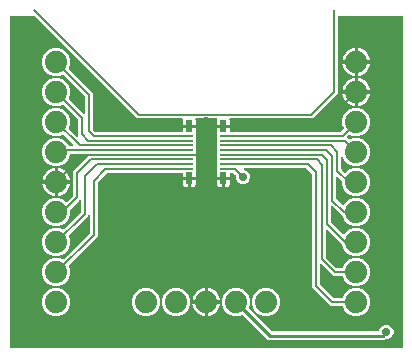
<source format=gbl>
G04 EAGLE Gerber X2 export*
G75*
%MOIN*%
%FSLAX24Y24*%
%LPD*%
%AMOC8*
5,1,8,0,0,1.08239X$1,22.5*%
G01*
%ADD10C,0.074000*%
%ADD11R,0.021654X0.039370*%
%ADD12R,0.019685X0.009055*%
%ADD13C,0.006000*%
%ADD14C,0.027811*%
%ADD15C,0.010000*%

G36*
X13513Y451D02*
X13513Y451D01*
X13515Y451D01*
X13518Y452D01*
X13522Y452D01*
X13523Y453D01*
X13524Y453D01*
X13527Y455D01*
X13530Y457D01*
X13531Y458D01*
X13532Y458D01*
X13534Y461D01*
X13537Y464D01*
X13537Y465D01*
X13538Y466D01*
X13539Y469D01*
X13541Y473D01*
X13541Y474D01*
X13541Y475D01*
X13542Y480D01*
X13549Y11520D01*
X13549Y11521D01*
X13549Y11522D01*
X13548Y11526D01*
X13547Y11529D01*
X13547Y11530D01*
X13547Y11531D01*
X13545Y11535D01*
X13543Y11538D01*
X13542Y11539D01*
X13539Y11542D01*
X13536Y11544D01*
X13535Y11545D01*
X13534Y11545D01*
X13531Y11547D01*
X13527Y11548D01*
X13526Y11548D01*
X13525Y11549D01*
X13520Y11549D01*
X11410Y11549D01*
X11409Y11549D01*
X11408Y11549D01*
X11404Y11548D01*
X11401Y11548D01*
X11400Y11547D01*
X11399Y11547D01*
X11395Y11545D01*
X11392Y11543D01*
X11391Y11542D01*
X11388Y11539D01*
X11386Y11536D01*
X11385Y11535D01*
X11385Y11534D01*
X11383Y11531D01*
X11382Y11527D01*
X11382Y11526D01*
X11381Y11525D01*
X11381Y11520D01*
X11381Y8946D01*
X11296Y8861D01*
X10554Y8119D01*
X7801Y8119D01*
X7800Y8119D01*
X7796Y8118D01*
X7791Y8118D01*
X7787Y8115D01*
X7783Y8113D01*
X7779Y8110D01*
X7776Y8106D01*
X7774Y8102D01*
X7772Y8097D01*
X7772Y8093D01*
X7771Y8088D01*
X7772Y8082D01*
X7778Y8061D01*
X7778Y7905D01*
X7593Y7905D01*
X7592Y7905D01*
X7591Y7905D01*
X7587Y7904D01*
X7584Y7903D01*
X7583Y7903D01*
X7582Y7902D01*
X7578Y7900D01*
X7575Y7899D01*
X7574Y7898D01*
X7574Y7897D01*
X7571Y7894D01*
X7569Y7892D01*
X7568Y7893D01*
X7567Y7894D01*
X7567Y7895D01*
X7564Y7897D01*
X7561Y7900D01*
X7560Y7900D01*
X7559Y7901D01*
X7556Y7902D01*
X7552Y7904D01*
X7551Y7904D01*
X7550Y7904D01*
X7545Y7905D01*
X7360Y7905D01*
X7360Y8061D01*
X7365Y8082D01*
X7365Y8083D01*
X7366Y8083D01*
X7366Y8087D01*
X7366Y8092D01*
X7365Y8097D01*
X7364Y8101D01*
X7362Y8105D01*
X7359Y8109D01*
X7356Y8112D01*
X7352Y8115D01*
X7347Y8117D01*
X7343Y8119D01*
X7337Y8119D01*
X6663Y8119D01*
X6658Y8118D01*
X6653Y8118D01*
X6649Y8115D01*
X6645Y8113D01*
X6642Y8110D01*
X6638Y8106D01*
X6636Y8102D01*
X6634Y8097D01*
X6634Y8093D01*
X6634Y8088D01*
X6635Y8082D01*
X6640Y8061D01*
X6640Y7905D01*
X6455Y7905D01*
X6454Y7905D01*
X6453Y7905D01*
X6450Y7904D01*
X6446Y7903D01*
X6445Y7903D01*
X6444Y7902D01*
X6441Y7900D01*
X6437Y7899D01*
X6437Y7898D01*
X6436Y7897D01*
X6433Y7894D01*
X6431Y7892D01*
X6430Y7893D01*
X6429Y7894D01*
X6429Y7895D01*
X6426Y7897D01*
X6423Y7900D01*
X6422Y7900D01*
X6421Y7901D01*
X6418Y7902D01*
X6414Y7904D01*
X6413Y7904D01*
X6412Y7904D01*
X6407Y7905D01*
X6222Y7905D01*
X6222Y8061D01*
X6228Y8082D01*
X6228Y8083D01*
X6228Y8087D01*
X6229Y8092D01*
X6228Y8097D01*
X6226Y8101D01*
X6224Y8105D01*
X6221Y8109D01*
X6218Y8112D01*
X6214Y8115D01*
X6209Y8117D01*
X6205Y8119D01*
X6199Y8119D01*
X4696Y8119D01*
X1274Y11541D01*
X1271Y11543D01*
X1268Y11545D01*
X1267Y11546D01*
X1263Y11547D01*
X1259Y11549D01*
X1258Y11549D01*
X1257Y11549D01*
X1254Y11549D01*
X480Y11549D01*
X479Y11549D01*
X478Y11549D01*
X474Y11548D01*
X471Y11548D01*
X470Y11547D01*
X469Y11547D01*
X465Y11545D01*
X462Y11543D01*
X461Y11542D01*
X458Y11539D01*
X456Y11536D01*
X455Y11535D01*
X455Y11534D01*
X453Y11531D01*
X452Y11527D01*
X452Y11526D01*
X451Y11525D01*
X451Y11520D01*
X451Y480D01*
X451Y479D01*
X451Y478D01*
X452Y474D01*
X452Y471D01*
X453Y470D01*
X453Y469D01*
X455Y465D01*
X457Y462D01*
X458Y461D01*
X461Y458D01*
X464Y456D01*
X465Y455D01*
X466Y455D01*
X469Y453D01*
X473Y452D01*
X474Y452D01*
X475Y451D01*
X480Y451D01*
X13512Y451D01*
X13513Y451D01*
G37*
%LPC*%
G36*
X11906Y1529D02*
X11906Y1529D01*
X11733Y1601D01*
X11601Y1733D01*
X11552Y1851D01*
X11550Y1855D01*
X11547Y1859D01*
X11543Y1862D01*
X11540Y1865D01*
X11539Y1865D01*
X11535Y1867D01*
X11531Y1869D01*
X11530Y1869D01*
X11525Y1869D01*
X11146Y1869D01*
X10519Y2496D01*
X10519Y6254D01*
X10519Y6258D01*
X10518Y6262D01*
X10518Y6263D01*
X10516Y6267D01*
X10514Y6270D01*
X10513Y6271D01*
X10513Y6272D01*
X10511Y6274D01*
X10329Y6456D01*
X10326Y6458D01*
X10323Y6461D01*
X10322Y6461D01*
X10321Y6462D01*
X10317Y6463D01*
X10314Y6464D01*
X10313Y6464D01*
X10312Y6464D01*
X10311Y6464D01*
X10308Y6465D01*
X8282Y6465D01*
X8278Y6464D01*
X8275Y6464D01*
X8274Y6463D01*
X8273Y6463D01*
X8269Y6461D01*
X8266Y6460D01*
X8265Y6459D01*
X8264Y6459D01*
X8262Y6456D01*
X8259Y6453D01*
X8258Y6452D01*
X8256Y6448D01*
X8254Y6445D01*
X8254Y6444D01*
X8254Y6443D01*
X8253Y6439D01*
X8253Y6435D01*
X8253Y6434D01*
X8253Y6433D01*
X8254Y6430D01*
X8255Y6426D01*
X8255Y6425D01*
X8255Y6424D01*
X8257Y6421D01*
X8259Y6417D01*
X8260Y6417D01*
X8260Y6416D01*
X8263Y6414D01*
X8266Y6411D01*
X8267Y6410D01*
X8268Y6410D01*
X8269Y6410D01*
X8271Y6408D01*
X8356Y6373D01*
X8423Y6306D01*
X8460Y6218D01*
X8460Y6122D01*
X8423Y6034D01*
X8356Y5967D01*
X8268Y5930D01*
X8172Y5930D01*
X8084Y5967D01*
X8017Y6034D01*
X7980Y6122D01*
X7980Y6213D01*
X7980Y6214D01*
X7980Y6215D01*
X7980Y6217D01*
X7979Y6221D01*
X7979Y6222D01*
X7978Y6223D01*
X7978Y6224D01*
X7976Y6226D01*
X7975Y6229D01*
X7974Y6230D01*
X7974Y6231D01*
X7973Y6231D01*
X7973Y6232D01*
X7972Y6233D01*
X7906Y6299D01*
X7903Y6301D01*
X7900Y6303D01*
X7899Y6304D01*
X7895Y6305D01*
X7891Y6307D01*
X7890Y6307D01*
X7889Y6307D01*
X7886Y6307D01*
X7807Y6307D01*
X7806Y6307D01*
X7805Y6307D01*
X7801Y6306D01*
X7798Y6306D01*
X7797Y6305D01*
X7796Y6305D01*
X7793Y6303D01*
X7789Y6301D01*
X7789Y6300D01*
X7788Y6300D01*
X7785Y6297D01*
X7783Y6294D01*
X7782Y6293D01*
X7782Y6292D01*
X7780Y6289D01*
X7779Y6285D01*
X7779Y6284D01*
X7778Y6283D01*
X7778Y6278D01*
X7778Y6180D01*
X7593Y6180D01*
X7592Y6180D01*
X7591Y6180D01*
X7587Y6179D01*
X7584Y6179D01*
X7583Y6178D01*
X7582Y6178D01*
X7578Y6176D01*
X7575Y6174D01*
X7574Y6173D01*
X7571Y6170D01*
X7569Y6167D01*
X7568Y6169D01*
X7567Y6170D01*
X7567Y6171D01*
X7564Y6173D01*
X7561Y6175D01*
X7560Y6176D01*
X7559Y6177D01*
X7556Y6178D01*
X7552Y6179D01*
X7551Y6179D01*
X7550Y6180D01*
X7545Y6180D01*
X7360Y6180D01*
X7360Y6341D01*
X7360Y7639D01*
X7360Y7798D01*
X7545Y7798D01*
X7546Y7798D01*
X7547Y7798D01*
X7550Y7799D01*
X7554Y7800D01*
X7555Y7800D01*
X7556Y7800D01*
X7559Y7802D01*
X7563Y7804D01*
X7563Y7805D01*
X7564Y7805D01*
X7567Y7808D01*
X7569Y7811D01*
X7570Y7809D01*
X7571Y7809D01*
X7571Y7808D01*
X7574Y7805D01*
X7577Y7803D01*
X7578Y7802D01*
X7579Y7802D01*
X7582Y7800D01*
X7586Y7799D01*
X7587Y7799D01*
X7588Y7798D01*
X7593Y7798D01*
X7778Y7798D01*
X7778Y7700D01*
X7778Y7699D01*
X7778Y7698D01*
X7779Y7695D01*
X7779Y7691D01*
X7780Y7690D01*
X7780Y7689D01*
X7782Y7686D01*
X7784Y7682D01*
X7785Y7682D01*
X7785Y7681D01*
X7788Y7679D01*
X7791Y7676D01*
X7792Y7676D01*
X7793Y7675D01*
X7796Y7674D01*
X7800Y7672D01*
X7801Y7672D01*
X7802Y7672D01*
X7807Y7671D01*
X11474Y7671D01*
X11478Y7672D01*
X11482Y7672D01*
X11483Y7673D01*
X11484Y7673D01*
X11487Y7675D01*
X11491Y7676D01*
X11491Y7677D01*
X11492Y7677D01*
X11493Y7678D01*
X11495Y7680D01*
X11572Y7757D01*
X11575Y7761D01*
X11577Y7764D01*
X11577Y7765D01*
X11579Y7769D01*
X11580Y7774D01*
X11580Y7778D01*
X11580Y7783D01*
X11578Y7789D01*
X11529Y7906D01*
X11529Y8094D01*
X11601Y8267D01*
X11733Y8399D01*
X11906Y8471D01*
X12094Y8471D01*
X12267Y8399D01*
X12399Y8267D01*
X12471Y8094D01*
X12471Y7906D01*
X12399Y7733D01*
X12267Y7601D01*
X12094Y7529D01*
X11906Y7529D01*
X11789Y7578D01*
X11788Y7578D01*
X11784Y7579D01*
X11779Y7580D01*
X11774Y7580D01*
X11770Y7579D01*
X11769Y7579D01*
X11765Y7577D01*
X11761Y7575D01*
X11757Y7572D01*
X11706Y7521D01*
X11705Y7520D01*
X11704Y7519D01*
X11703Y7517D01*
X11702Y7516D01*
X11702Y7515D01*
X11700Y7513D01*
X11700Y7512D01*
X11699Y7511D01*
X11699Y7508D01*
X11698Y7507D01*
X11698Y7506D01*
X11697Y7504D01*
X11697Y7503D01*
X11697Y7502D01*
X11697Y7499D01*
X11697Y7498D01*
X11698Y7497D01*
X11698Y7494D01*
X11698Y7493D01*
X11698Y7492D01*
X11699Y7490D01*
X11699Y7488D01*
X11700Y7487D01*
X11701Y7485D01*
X11702Y7484D01*
X11702Y7483D01*
X11704Y7481D01*
X11705Y7480D01*
X11706Y7479D01*
X11757Y7428D01*
X11761Y7425D01*
X11764Y7423D01*
X11765Y7423D01*
X11769Y7421D01*
X11774Y7420D01*
X11778Y7420D01*
X11783Y7420D01*
X11789Y7422D01*
X11906Y7471D01*
X12094Y7471D01*
X12267Y7399D01*
X12399Y7267D01*
X12471Y7094D01*
X12471Y6906D01*
X12399Y6733D01*
X12267Y6601D01*
X12094Y6529D01*
X11906Y6529D01*
X11733Y6601D01*
X11601Y6733D01*
X11557Y6839D01*
X11555Y6843D01*
X11553Y6846D01*
X11552Y6847D01*
X11549Y6850D01*
X11546Y6853D01*
X11545Y6853D01*
X11541Y6855D01*
X11537Y6856D01*
X11536Y6856D01*
X11536Y6857D01*
X11532Y6857D01*
X11528Y6857D01*
X11527Y6857D01*
X11526Y6857D01*
X11522Y6856D01*
X11519Y6855D01*
X11518Y6855D01*
X11517Y6854D01*
X11514Y6852D01*
X11511Y6850D01*
X11510Y6849D01*
X11509Y6849D01*
X11507Y6845D01*
X11505Y6842D01*
X11504Y6842D01*
X11504Y6841D01*
X11503Y6837D01*
X11501Y6834D01*
X11501Y6832D01*
X11501Y6831D01*
X11501Y6828D01*
X11501Y6436D01*
X11501Y6432D01*
X11502Y6428D01*
X11502Y6427D01*
X11504Y6423D01*
X11506Y6420D01*
X11507Y6419D01*
X11507Y6418D01*
X11509Y6416D01*
X11609Y6316D01*
X11610Y6315D01*
X11614Y6313D01*
X11617Y6310D01*
X11618Y6310D01*
X11619Y6310D01*
X11622Y6309D01*
X11626Y6308D01*
X11627Y6308D01*
X11628Y6307D01*
X11632Y6308D01*
X11635Y6308D01*
X11636Y6308D01*
X11637Y6309D01*
X11641Y6310D01*
X11644Y6311D01*
X11645Y6312D01*
X11646Y6313D01*
X11650Y6316D01*
X11733Y6399D01*
X11906Y6471D01*
X12094Y6471D01*
X12267Y6399D01*
X12399Y6267D01*
X12471Y6094D01*
X12471Y5906D01*
X12399Y5733D01*
X12267Y5601D01*
X12094Y5529D01*
X11906Y5529D01*
X11733Y5601D01*
X11601Y5733D01*
X11529Y5906D01*
X11529Y6014D01*
X11529Y6018D01*
X11528Y6022D01*
X11528Y6023D01*
X11526Y6027D01*
X11524Y6030D01*
X11523Y6031D01*
X11523Y6032D01*
X11521Y6034D01*
X11381Y6174D01*
X11378Y6176D01*
X11376Y6178D01*
X11374Y6179D01*
X11373Y6180D01*
X11370Y6181D01*
X11367Y6182D01*
X11366Y6182D01*
X11364Y6183D01*
X11361Y6183D01*
X11358Y6183D01*
X11356Y6182D01*
X11354Y6182D01*
X11351Y6181D01*
X11349Y6181D01*
X11347Y6180D01*
X11345Y6179D01*
X11343Y6177D01*
X11341Y6176D01*
X11339Y6174D01*
X11338Y6173D01*
X11336Y6170D01*
X11335Y6168D01*
X11334Y6166D01*
X11333Y6165D01*
X11332Y6162D01*
X11331Y6159D01*
X11331Y6156D01*
X11331Y6155D01*
X11331Y6154D01*
X11331Y5446D01*
X11331Y5442D01*
X11332Y5438D01*
X11332Y5437D01*
X11334Y5433D01*
X11336Y5430D01*
X11337Y5429D01*
X11337Y5428D01*
X11339Y5426D01*
X11540Y5225D01*
X11542Y5224D01*
X11543Y5222D01*
X11545Y5221D01*
X11548Y5219D01*
X11550Y5219D01*
X11551Y5218D01*
X11554Y5218D01*
X11557Y5217D01*
X11559Y5217D01*
X11561Y5216D01*
X11564Y5217D01*
X11566Y5217D01*
X11568Y5218D01*
X11570Y5218D01*
X11573Y5219D01*
X11575Y5220D01*
X11577Y5222D01*
X11579Y5223D01*
X11581Y5225D01*
X11583Y5227D01*
X11584Y5228D01*
X11585Y5230D01*
X11588Y5235D01*
X11601Y5267D01*
X11733Y5399D01*
X11906Y5471D01*
X12094Y5471D01*
X12267Y5399D01*
X12399Y5267D01*
X12471Y5094D01*
X12471Y4906D01*
X12399Y4733D01*
X12267Y4601D01*
X12094Y4529D01*
X11906Y4529D01*
X11733Y4601D01*
X11601Y4733D01*
X11552Y4851D01*
X11550Y4855D01*
X11547Y4859D01*
X11543Y4862D01*
X11540Y4865D01*
X11539Y4865D01*
X11535Y4867D01*
X11531Y4869D01*
X11530Y4869D01*
X11526Y4869D01*
X11441Y4954D01*
X11201Y5194D01*
X11198Y5196D01*
X11196Y5198D01*
X11194Y5199D01*
X11193Y5200D01*
X11190Y5201D01*
X11187Y5202D01*
X11186Y5202D01*
X11184Y5203D01*
X11181Y5203D01*
X11178Y5203D01*
X11176Y5202D01*
X11174Y5202D01*
X11171Y5201D01*
X11169Y5201D01*
X11167Y5200D01*
X11165Y5199D01*
X11163Y5197D01*
X11161Y5196D01*
X11159Y5194D01*
X11158Y5193D01*
X11156Y5190D01*
X11155Y5188D01*
X11154Y5186D01*
X11153Y5185D01*
X11152Y5182D01*
X11151Y5179D01*
X11151Y5176D01*
X11151Y5175D01*
X11151Y5174D01*
X11151Y4666D01*
X11151Y4662D01*
X11152Y4658D01*
X11152Y4657D01*
X11154Y4653D01*
X11156Y4650D01*
X11157Y4649D01*
X11157Y4648D01*
X11159Y4646D01*
X11552Y4253D01*
X11553Y4252D01*
X11555Y4251D01*
X11557Y4249D01*
X11559Y4248D01*
X11561Y4247D01*
X11563Y4246D01*
X11566Y4246D01*
X11569Y4245D01*
X11571Y4245D01*
X11573Y4245D01*
X11575Y4245D01*
X11578Y4245D01*
X11580Y4246D01*
X11582Y4246D01*
X11584Y4248D01*
X11587Y4249D01*
X11589Y4250D01*
X11590Y4251D01*
X11592Y4253D01*
X11594Y4255D01*
X11595Y4257D01*
X11597Y4258D01*
X11599Y4263D01*
X11601Y4267D01*
X11733Y4399D01*
X11906Y4471D01*
X12094Y4471D01*
X12267Y4399D01*
X12399Y4267D01*
X12471Y4094D01*
X12471Y3906D01*
X12399Y3733D01*
X12267Y3601D01*
X12094Y3529D01*
X11906Y3529D01*
X11733Y3601D01*
X11601Y3733D01*
X11532Y3900D01*
X11530Y3903D01*
X11529Y3905D01*
X11527Y3908D01*
X11526Y3909D01*
X11526Y3910D01*
X11481Y3954D01*
X11031Y4404D01*
X11028Y4406D01*
X11026Y4408D01*
X11024Y4409D01*
X11023Y4410D01*
X11020Y4411D01*
X11017Y4412D01*
X11016Y4412D01*
X11014Y4413D01*
X11011Y4413D01*
X11008Y4413D01*
X11006Y4412D01*
X11004Y4412D01*
X11001Y4411D01*
X10999Y4411D01*
X10997Y4410D01*
X10995Y4409D01*
X10993Y4407D01*
X10991Y4406D01*
X10989Y4404D01*
X10988Y4403D01*
X10986Y4400D01*
X10985Y4398D01*
X10984Y4396D01*
X10983Y4395D01*
X10982Y4392D01*
X10981Y4389D01*
X10981Y4386D01*
X10981Y4385D01*
X10981Y4384D01*
X10981Y3496D01*
X10981Y3492D01*
X10982Y3488D01*
X10982Y3487D01*
X10984Y3483D01*
X10986Y3480D01*
X10987Y3479D01*
X10987Y3478D01*
X10989Y3476D01*
X11326Y3139D01*
X11329Y3137D01*
X11332Y3135D01*
X11333Y3134D01*
X11337Y3133D01*
X11341Y3131D01*
X11342Y3131D01*
X11343Y3131D01*
X11346Y3131D01*
X11525Y3131D01*
X11530Y3132D01*
X11535Y3132D01*
X11539Y3135D01*
X11543Y3137D01*
X11546Y3140D01*
X11549Y3144D01*
X11550Y3144D01*
X11552Y3149D01*
X11601Y3267D01*
X11733Y3399D01*
X11906Y3471D01*
X12094Y3471D01*
X12267Y3399D01*
X12399Y3267D01*
X12471Y3094D01*
X12471Y2906D01*
X12399Y2733D01*
X12267Y2601D01*
X12094Y2529D01*
X11906Y2529D01*
X11733Y2601D01*
X11601Y2733D01*
X11552Y2851D01*
X11550Y2855D01*
X11547Y2859D01*
X11543Y2862D01*
X11540Y2865D01*
X11539Y2865D01*
X11535Y2867D01*
X11531Y2869D01*
X11530Y2869D01*
X11525Y2869D01*
X11226Y2869D01*
X11141Y2954D01*
X10831Y3264D01*
X10828Y3266D01*
X10826Y3268D01*
X10824Y3269D01*
X10823Y3270D01*
X10820Y3271D01*
X10817Y3272D01*
X10816Y3272D01*
X10814Y3273D01*
X10811Y3273D01*
X10808Y3273D01*
X10806Y3272D01*
X10804Y3272D01*
X10801Y3271D01*
X10799Y3271D01*
X10797Y3270D01*
X10795Y3269D01*
X10793Y3267D01*
X10791Y3266D01*
X10789Y3264D01*
X10788Y3263D01*
X10786Y3260D01*
X10785Y3258D01*
X10784Y3256D01*
X10783Y3255D01*
X10782Y3252D01*
X10781Y3249D01*
X10781Y3246D01*
X10781Y3245D01*
X10781Y3244D01*
X10781Y2616D01*
X10781Y2612D01*
X10782Y2608D01*
X10782Y2607D01*
X10784Y2603D01*
X10786Y2600D01*
X10787Y2599D01*
X10787Y2598D01*
X10789Y2596D01*
X11246Y2139D01*
X11249Y2137D01*
X11252Y2135D01*
X11253Y2134D01*
X11257Y2133D01*
X11261Y2131D01*
X11262Y2131D01*
X11263Y2131D01*
X11266Y2131D01*
X11525Y2131D01*
X11530Y2132D01*
X11535Y2132D01*
X11539Y2135D01*
X11543Y2137D01*
X11546Y2140D01*
X11549Y2144D01*
X11550Y2144D01*
X11552Y2149D01*
X11601Y2267D01*
X11733Y2399D01*
X11906Y2471D01*
X12094Y2471D01*
X12267Y2399D01*
X12399Y2267D01*
X12471Y2094D01*
X12471Y1906D01*
X12399Y1733D01*
X12267Y1601D01*
X12094Y1529D01*
X11906Y1529D01*
G37*
%LPD*%
%LPC*%
G36*
X1906Y2529D02*
X1906Y2529D01*
X1733Y2601D01*
X1601Y2733D01*
X1529Y2906D01*
X1529Y3094D01*
X1601Y3267D01*
X1733Y3399D01*
X1906Y3471D01*
X2094Y3471D01*
X2211Y3422D01*
X2212Y3422D01*
X2216Y3421D01*
X2221Y3420D01*
X2226Y3420D01*
X2230Y3421D01*
X2231Y3421D01*
X2235Y3423D01*
X2239Y3425D01*
X2243Y3428D01*
X3111Y4296D01*
X3113Y4299D01*
X3115Y4302D01*
X3116Y4303D01*
X3117Y4307D01*
X3119Y4311D01*
X3119Y4312D01*
X3119Y4313D01*
X3119Y4316D01*
X3119Y4864D01*
X3119Y4867D01*
X3119Y4870D01*
X3118Y4871D01*
X3118Y4873D01*
X3116Y4876D01*
X3115Y4878D01*
X3114Y4880D01*
X3113Y4882D01*
X3111Y4884D01*
X3109Y4886D01*
X3108Y4887D01*
X3106Y4888D01*
X3103Y4889D01*
X3101Y4891D01*
X3099Y4891D01*
X3097Y4892D01*
X3095Y4892D01*
X3092Y4893D01*
X3090Y4893D01*
X3088Y4893D01*
X3085Y4892D01*
X3082Y4892D01*
X3080Y4891D01*
X3079Y4891D01*
X3076Y4889D01*
X3073Y4888D01*
X3071Y4886D01*
X3070Y4885D01*
X3069Y4884D01*
X2428Y4243D01*
X2426Y4241D01*
X2426Y4240D01*
X2425Y4239D01*
X2423Y4236D01*
X2423Y4235D01*
X2421Y4231D01*
X2420Y4226D01*
X2420Y4222D01*
X2420Y4217D01*
X2422Y4211D01*
X2471Y4094D01*
X2471Y3906D01*
X2399Y3733D01*
X2267Y3601D01*
X2094Y3529D01*
X1906Y3529D01*
X1733Y3601D01*
X1601Y3733D01*
X1529Y3906D01*
X1529Y4094D01*
X1601Y4267D01*
X1733Y4399D01*
X1906Y4471D01*
X2094Y4471D01*
X2211Y4422D01*
X2212Y4422D01*
X2216Y4421D01*
X2221Y4420D01*
X2226Y4420D01*
X2230Y4421D01*
X2231Y4421D01*
X2235Y4423D01*
X2239Y4425D01*
X2243Y4428D01*
X2811Y4996D01*
X2813Y4999D01*
X2815Y5002D01*
X2816Y5003D01*
X2817Y5007D01*
X2819Y5011D01*
X2819Y5012D01*
X2819Y5013D01*
X2819Y5016D01*
X2819Y5364D01*
X2819Y5367D01*
X2819Y5370D01*
X2818Y5371D01*
X2818Y5373D01*
X2816Y5376D01*
X2815Y5378D01*
X2814Y5380D01*
X2813Y5382D01*
X2811Y5384D01*
X2809Y5386D01*
X2808Y5387D01*
X2806Y5388D01*
X2803Y5389D01*
X2801Y5391D01*
X2799Y5391D01*
X2797Y5392D01*
X2795Y5392D01*
X2792Y5393D01*
X2790Y5393D01*
X2788Y5393D01*
X2785Y5392D01*
X2782Y5392D01*
X2780Y5391D01*
X2779Y5391D01*
X2776Y5389D01*
X2773Y5388D01*
X2771Y5386D01*
X2770Y5385D01*
X2769Y5384D01*
X2479Y5094D01*
X2477Y5091D01*
X2475Y5088D01*
X2474Y5087D01*
X2473Y5083D01*
X2471Y5079D01*
X2471Y5078D01*
X2471Y5077D01*
X2471Y5074D01*
X2471Y4906D01*
X2399Y4733D01*
X2267Y4601D01*
X2094Y4529D01*
X1906Y4529D01*
X1733Y4601D01*
X1601Y4733D01*
X1529Y4906D01*
X1529Y5094D01*
X1601Y5267D01*
X1733Y5399D01*
X1906Y5471D01*
X2094Y5471D01*
X2267Y5399D01*
X2320Y5346D01*
X2321Y5345D01*
X2324Y5343D01*
X2328Y5340D01*
X2329Y5340D01*
X2333Y5339D01*
X2337Y5338D01*
X2338Y5338D01*
X2339Y5337D01*
X2342Y5338D01*
X2346Y5338D01*
X2347Y5338D01*
X2348Y5339D01*
X2352Y5340D01*
X2355Y5341D01*
X2356Y5342D01*
X2357Y5343D01*
X2361Y5346D01*
X2561Y5546D01*
X2563Y5549D01*
X2565Y5552D01*
X2566Y5553D01*
X2567Y5557D01*
X2569Y5561D01*
X2569Y5562D01*
X2569Y5563D01*
X2569Y5566D01*
X2569Y6354D01*
X2654Y6439D01*
X3102Y6887D01*
X3104Y6890D01*
X3106Y6892D01*
X3107Y6893D01*
X3108Y6895D01*
X3109Y6898D01*
X3110Y6900D01*
X3110Y6902D01*
X3111Y6904D01*
X3111Y6907D01*
X3111Y6910D01*
X3110Y6912D01*
X3110Y6914D01*
X3109Y6916D01*
X3109Y6919D01*
X3108Y6921D01*
X3107Y6923D01*
X3105Y6925D01*
X3103Y6927D01*
X3102Y6929D01*
X3101Y6930D01*
X3098Y6932D01*
X3096Y6933D01*
X3094Y6934D01*
X3093Y6935D01*
X3090Y6936D01*
X3087Y6937D01*
X3084Y6937D01*
X3083Y6937D01*
X3082Y6937D01*
X2500Y6937D01*
X2499Y6937D01*
X2498Y6937D01*
X2494Y6936D01*
X2491Y6936D01*
X2490Y6935D01*
X2489Y6935D01*
X2485Y6933D01*
X2482Y6931D01*
X2481Y6930D01*
X2478Y6927D01*
X2476Y6924D01*
X2475Y6923D01*
X2475Y6922D01*
X2473Y6919D01*
X2472Y6915D01*
X2472Y6914D01*
X2471Y6913D01*
X2471Y6908D01*
X2471Y6906D01*
X2399Y6733D01*
X2267Y6601D01*
X2094Y6529D01*
X1906Y6529D01*
X1733Y6601D01*
X1601Y6733D01*
X1529Y6906D01*
X1529Y7094D01*
X1601Y7267D01*
X1733Y7399D01*
X1906Y7471D01*
X2094Y7471D01*
X2267Y7399D01*
X2399Y7267D01*
X2420Y7217D01*
X2422Y7213D01*
X2425Y7209D01*
X2425Y7208D01*
X2429Y7206D01*
X2432Y7203D01*
X2432Y7202D01*
X2437Y7201D01*
X2441Y7199D01*
X2447Y7199D01*
X2546Y7199D01*
X2549Y7199D01*
X2552Y7199D01*
X2553Y7200D01*
X2555Y7200D01*
X2558Y7202D01*
X2561Y7203D01*
X2562Y7204D01*
X2564Y7205D01*
X2566Y7207D01*
X2568Y7209D01*
X2569Y7210D01*
X2570Y7212D01*
X2571Y7214D01*
X2573Y7217D01*
X2573Y7219D01*
X2574Y7220D01*
X2574Y7223D01*
X2575Y7226D01*
X2575Y7228D01*
X2575Y7230D01*
X2574Y7233D01*
X2574Y7236D01*
X2573Y7237D01*
X2573Y7239D01*
X2571Y7242D01*
X2570Y7244D01*
X2568Y7247D01*
X2567Y7248D01*
X2566Y7249D01*
X2243Y7572D01*
X2239Y7575D01*
X2236Y7577D01*
X2235Y7577D01*
X2231Y7579D01*
X2226Y7580D01*
X2222Y7580D01*
X2217Y7580D01*
X2211Y7578D01*
X2094Y7529D01*
X1906Y7529D01*
X1733Y7601D01*
X1601Y7733D01*
X1529Y7906D01*
X1529Y8094D01*
X1601Y8267D01*
X1733Y8399D01*
X1906Y8471D01*
X2094Y8471D01*
X2267Y8399D01*
X2399Y8267D01*
X2471Y8094D01*
X2471Y7906D01*
X2422Y7789D01*
X2422Y7788D01*
X2421Y7784D01*
X2420Y7779D01*
X2420Y7774D01*
X2421Y7770D01*
X2421Y7769D01*
X2423Y7765D01*
X2425Y7761D01*
X2428Y7757D01*
X2669Y7516D01*
X2672Y7514D01*
X2674Y7512D01*
X2676Y7511D01*
X2677Y7510D01*
X2680Y7509D01*
X2683Y7508D01*
X2684Y7508D01*
X2686Y7507D01*
X2689Y7507D01*
X2692Y7507D01*
X2694Y7508D01*
X2696Y7508D01*
X2699Y7509D01*
X2701Y7509D01*
X2703Y7510D01*
X2705Y7511D01*
X2707Y7513D01*
X2709Y7514D01*
X2711Y7516D01*
X2712Y7517D01*
X2714Y7520D01*
X2715Y7522D01*
X2716Y7524D01*
X2717Y7525D01*
X2718Y7528D01*
X2719Y7531D01*
X2719Y7534D01*
X2719Y7535D01*
X2719Y7536D01*
X2719Y8084D01*
X2719Y8088D01*
X2718Y8092D01*
X2718Y8093D01*
X2716Y8097D01*
X2714Y8100D01*
X2713Y8101D01*
X2713Y8102D01*
X2711Y8104D01*
X2243Y8572D01*
X2239Y8575D01*
X2236Y8577D01*
X2235Y8577D01*
X2231Y8579D01*
X2226Y8580D01*
X2222Y8580D01*
X2217Y8580D01*
X2211Y8578D01*
X2094Y8529D01*
X1906Y8529D01*
X1733Y8601D01*
X1601Y8733D01*
X1529Y8906D01*
X1529Y9094D01*
X1601Y9267D01*
X1733Y9399D01*
X1906Y9471D01*
X2094Y9471D01*
X2267Y9399D01*
X2399Y9267D01*
X2471Y9094D01*
X2471Y8906D01*
X2422Y8789D01*
X2422Y8788D01*
X2421Y8784D01*
X2420Y8779D01*
X2420Y8774D01*
X2421Y8770D01*
X2421Y8769D01*
X2423Y8765D01*
X2425Y8761D01*
X2428Y8757D01*
X2919Y8266D01*
X2922Y8264D01*
X2924Y8262D01*
X2926Y8261D01*
X2927Y8260D01*
X2930Y8259D01*
X2933Y8258D01*
X2934Y8258D01*
X2936Y8257D01*
X2939Y8257D01*
X2942Y8257D01*
X2944Y8258D01*
X2946Y8258D01*
X2949Y8259D01*
X2951Y8259D01*
X2953Y8260D01*
X2955Y8261D01*
X2957Y8263D01*
X2959Y8264D01*
X2961Y8266D01*
X2962Y8267D01*
X2964Y8270D01*
X2965Y8272D01*
X2966Y8274D01*
X2967Y8275D01*
X2968Y8278D01*
X2969Y8281D01*
X2969Y8284D01*
X2969Y8285D01*
X2969Y8286D01*
X2969Y8834D01*
X2969Y8838D01*
X2968Y8842D01*
X2968Y8843D01*
X2966Y8847D01*
X2964Y8850D01*
X2963Y8851D01*
X2963Y8852D01*
X2961Y8854D01*
X2243Y9572D01*
X2239Y9575D01*
X2236Y9577D01*
X2235Y9577D01*
X2231Y9579D01*
X2226Y9580D01*
X2222Y9580D01*
X2217Y9580D01*
X2211Y9578D01*
X2094Y9529D01*
X1906Y9529D01*
X1733Y9601D01*
X1601Y9733D01*
X1529Y9906D01*
X1529Y10094D01*
X1601Y10267D01*
X1733Y10399D01*
X1906Y10471D01*
X2094Y10471D01*
X2267Y10399D01*
X2399Y10267D01*
X2471Y10094D01*
X2471Y9906D01*
X2422Y9789D01*
X2422Y9788D01*
X2421Y9784D01*
X2420Y9779D01*
X2420Y9774D01*
X2421Y9770D01*
X2421Y9769D01*
X2423Y9765D01*
X2425Y9761D01*
X2428Y9757D01*
X3231Y8954D01*
X3231Y7766D01*
X3231Y7762D01*
X3232Y7758D01*
X3232Y7757D01*
X3234Y7753D01*
X3236Y7750D01*
X3237Y7749D01*
X3237Y7748D01*
X3239Y7746D01*
X3305Y7680D01*
X3308Y7677D01*
X3312Y7675D01*
X3313Y7674D01*
X3317Y7673D01*
X3321Y7672D01*
X3322Y7672D01*
X3322Y7671D01*
X3323Y7671D01*
X3326Y7671D01*
X6193Y7671D01*
X6194Y7671D01*
X6195Y7671D01*
X6199Y7672D01*
X6202Y7673D01*
X6203Y7673D01*
X6204Y7673D01*
X6207Y7675D01*
X6211Y7677D01*
X6211Y7678D01*
X6212Y7679D01*
X6215Y7681D01*
X6217Y7684D01*
X6218Y7685D01*
X6218Y7686D01*
X6220Y7690D01*
X6221Y7693D01*
X6221Y7694D01*
X6222Y7695D01*
X6222Y7700D01*
X6222Y7798D01*
X6407Y7798D01*
X6408Y7798D01*
X6409Y7798D01*
X6413Y7799D01*
X6416Y7800D01*
X6417Y7800D01*
X6418Y7800D01*
X6422Y7802D01*
X6425Y7804D01*
X6426Y7805D01*
X6429Y7808D01*
X6431Y7811D01*
X6432Y7809D01*
X6433Y7809D01*
X6433Y7808D01*
X6436Y7805D01*
X6439Y7803D01*
X6440Y7802D01*
X6441Y7802D01*
X6444Y7800D01*
X6448Y7799D01*
X6449Y7799D01*
X6450Y7798D01*
X6455Y7798D01*
X6640Y7798D01*
X6640Y6940D01*
X6611Y6940D01*
X6610Y6940D01*
X6609Y6940D01*
X6607Y6939D01*
X6605Y6939D01*
X6603Y6938D01*
X6602Y6938D01*
X6601Y6938D01*
X6600Y6938D01*
X6598Y6936D01*
X6596Y6936D01*
X6595Y6935D01*
X6593Y6934D01*
X6593Y6933D01*
X6592Y6933D01*
X6589Y6930D01*
X6589Y6929D01*
X6588Y6929D01*
X6588Y6928D01*
X6587Y6927D01*
X6585Y6924D01*
X6584Y6921D01*
X6583Y6920D01*
X6583Y6919D01*
X6583Y6918D01*
X6582Y6915D01*
X6582Y6912D01*
X6582Y6911D01*
X6582Y6910D01*
X6582Y6908D01*
X6583Y6906D01*
X6583Y6903D01*
X6583Y6902D01*
X6583Y6901D01*
X6584Y6900D01*
X6584Y6899D01*
X6586Y6897D01*
X6587Y6894D01*
X6587Y6893D01*
X6588Y6893D01*
X6588Y6892D01*
X6589Y6892D01*
X6589Y6891D01*
X6590Y6891D01*
X6590Y6890D01*
X6593Y6888D01*
X6594Y6886D01*
X6596Y6886D01*
X6597Y6885D01*
X6598Y6884D01*
X6601Y6883D01*
X6603Y6882D01*
X6604Y6882D01*
X6606Y6882D01*
X6607Y6882D01*
X6607Y6881D01*
X6608Y6881D01*
X6611Y6881D01*
X6640Y6881D01*
X6640Y6180D01*
X6455Y6180D01*
X6454Y6180D01*
X6453Y6180D01*
X6450Y6179D01*
X6446Y6179D01*
X6445Y6178D01*
X6444Y6178D01*
X6441Y6176D01*
X6437Y6174D01*
X6437Y6173D01*
X6436Y6173D01*
X6433Y6170D01*
X6431Y6167D01*
X6430Y6169D01*
X6429Y6170D01*
X6429Y6171D01*
X6426Y6173D01*
X6423Y6175D01*
X6422Y6176D01*
X6421Y6177D01*
X6418Y6178D01*
X6414Y6179D01*
X6413Y6179D01*
X6412Y6180D01*
X6407Y6180D01*
X6222Y6180D01*
X6222Y6278D01*
X6222Y6279D01*
X6222Y6280D01*
X6221Y6284D01*
X6221Y6287D01*
X6220Y6288D01*
X6220Y6289D01*
X6218Y6293D01*
X6216Y6296D01*
X6215Y6297D01*
X6212Y6300D01*
X6209Y6302D01*
X6208Y6303D01*
X6207Y6303D01*
X6204Y6305D01*
X6200Y6306D01*
X6199Y6306D01*
X6198Y6307D01*
X6193Y6307D01*
X3704Y6307D01*
X3700Y6307D01*
X3696Y6306D01*
X3695Y6306D01*
X3691Y6304D01*
X3688Y6302D01*
X3687Y6301D01*
X3686Y6301D01*
X3684Y6299D01*
X3389Y6004D01*
X3387Y6001D01*
X3385Y5998D01*
X3384Y5997D01*
X3383Y5993D01*
X3381Y5989D01*
X3381Y5988D01*
X3381Y5987D01*
X3381Y5984D01*
X3381Y4196D01*
X2428Y3243D01*
X2425Y3239D01*
X2423Y3236D01*
X2423Y3235D01*
X2421Y3231D01*
X2420Y3226D01*
X2420Y3222D01*
X2420Y3217D01*
X2422Y3211D01*
X2471Y3094D01*
X2471Y2906D01*
X2399Y2733D01*
X2267Y2601D01*
X2094Y2529D01*
X1906Y2529D01*
G37*
%LPD*%
%LPC*%
G36*
X9063Y724D02*
X9063Y724D01*
X8223Y1563D01*
X8223Y1564D01*
X8219Y1566D01*
X8216Y1569D01*
X8215Y1569D01*
X8211Y1570D01*
X8206Y1572D01*
X8202Y1572D01*
X8197Y1571D01*
X8191Y1570D01*
X8094Y1529D01*
X7906Y1529D01*
X7733Y1601D01*
X7601Y1733D01*
X7529Y1906D01*
X7529Y2094D01*
X7601Y2267D01*
X7733Y2399D01*
X7906Y2471D01*
X8094Y2471D01*
X8267Y2399D01*
X8399Y2267D01*
X8471Y2094D01*
X8471Y1906D01*
X8430Y1809D01*
X8430Y1808D01*
X8429Y1804D01*
X8428Y1799D01*
X8429Y1794D01*
X8429Y1790D01*
X8429Y1789D01*
X8431Y1785D01*
X8433Y1781D01*
X8437Y1777D01*
X9179Y1034D01*
X9182Y1032D01*
X9185Y1030D01*
X9186Y1029D01*
X9187Y1029D01*
X9190Y1028D01*
X9194Y1026D01*
X9195Y1026D01*
X9196Y1026D01*
X9197Y1026D01*
X9200Y1026D01*
X12732Y1026D01*
X12736Y1027D01*
X12741Y1027D01*
X12745Y1030D01*
X12749Y1032D01*
X12750Y1032D01*
X12753Y1035D01*
X12756Y1039D01*
X12759Y1044D01*
X12797Y1136D01*
X12864Y1203D01*
X12952Y1240D01*
X13048Y1240D01*
X13136Y1203D01*
X13203Y1136D01*
X13240Y1048D01*
X13240Y952D01*
X13203Y864D01*
X13136Y797D01*
X13048Y760D01*
X12986Y760D01*
X12982Y760D01*
X12978Y759D01*
X12977Y759D01*
X12976Y759D01*
X12973Y757D01*
X12969Y755D01*
X12968Y754D01*
X12967Y753D01*
X12965Y752D01*
X12937Y724D01*
X9063Y724D01*
G37*
%LPD*%
%LPC*%
G36*
X8906Y1529D02*
X8906Y1529D01*
X8733Y1601D01*
X8601Y1733D01*
X8529Y1906D01*
X8529Y2094D01*
X8601Y2267D01*
X8733Y2399D01*
X8906Y2471D01*
X9094Y2471D01*
X9267Y2399D01*
X9399Y2267D01*
X9471Y2094D01*
X9471Y1906D01*
X9399Y1733D01*
X9267Y1601D01*
X9094Y1529D01*
X8906Y1529D01*
G37*
%LPD*%
%LPC*%
G36*
X5906Y1529D02*
X5906Y1529D01*
X5733Y1601D01*
X5601Y1733D01*
X5529Y1906D01*
X5529Y2094D01*
X5601Y2267D01*
X5733Y2399D01*
X5906Y2471D01*
X6094Y2471D01*
X6267Y2399D01*
X6399Y2267D01*
X6471Y2094D01*
X6471Y1906D01*
X6399Y1733D01*
X6267Y1601D01*
X6094Y1529D01*
X5906Y1529D01*
G37*
%LPD*%
%LPC*%
G36*
X4906Y1529D02*
X4906Y1529D01*
X4733Y1601D01*
X4601Y1733D01*
X4529Y1906D01*
X4529Y2094D01*
X4601Y2267D01*
X4733Y2399D01*
X4906Y2471D01*
X5094Y2471D01*
X5267Y2399D01*
X5399Y2267D01*
X5471Y2094D01*
X5471Y1906D01*
X5399Y1733D01*
X5267Y1601D01*
X5094Y1529D01*
X4906Y1529D01*
G37*
%LPD*%
%LPC*%
G36*
X1906Y1529D02*
X1906Y1529D01*
X1733Y1601D01*
X1601Y1733D01*
X1529Y1906D01*
X1529Y2094D01*
X1601Y2267D01*
X1733Y2399D01*
X1906Y2471D01*
X2094Y2471D01*
X2267Y2399D01*
X2399Y2267D01*
X2471Y2094D01*
X2471Y1906D01*
X2399Y1733D01*
X2267Y1601D01*
X2094Y1529D01*
X1906Y1529D01*
G37*
%LPD*%
%LPC*%
G36*
X12059Y10059D02*
X12059Y10059D01*
X12059Y10467D01*
X12110Y10459D01*
X12181Y10436D01*
X12247Y10403D01*
X12307Y10359D01*
X12359Y10307D01*
X12403Y10247D01*
X12436Y10181D01*
X12459Y10110D01*
X12467Y10059D01*
X12059Y10059D01*
G37*
%LPD*%
%LPC*%
G36*
X11533Y10059D02*
X11533Y10059D01*
X11541Y10110D01*
X11564Y10181D01*
X11597Y10247D01*
X11641Y10307D01*
X11693Y10359D01*
X11753Y10403D01*
X11819Y10436D01*
X11890Y10459D01*
X11941Y10467D01*
X11941Y10059D01*
X11533Y10059D01*
G37*
%LPD*%
%LPC*%
G36*
X12059Y9941D02*
X12059Y9941D01*
X12467Y9941D01*
X12459Y9890D01*
X12436Y9819D01*
X12403Y9753D01*
X12359Y9693D01*
X12307Y9641D01*
X12247Y9597D01*
X12181Y9564D01*
X12110Y9541D01*
X12059Y9533D01*
X12059Y9941D01*
G37*
%LPD*%
%LPC*%
G36*
X11890Y9541D02*
X11890Y9541D01*
X11819Y9564D01*
X11753Y9597D01*
X11693Y9641D01*
X11641Y9693D01*
X11597Y9753D01*
X11564Y9819D01*
X11541Y9890D01*
X11533Y9941D01*
X11941Y9941D01*
X11941Y9533D01*
X11890Y9541D01*
G37*
%LPD*%
%LPC*%
G36*
X12059Y9059D02*
X12059Y9059D01*
X12059Y9467D01*
X12110Y9459D01*
X12181Y9436D01*
X12247Y9403D01*
X12307Y9359D01*
X12359Y9307D01*
X12403Y9247D01*
X12436Y9181D01*
X12459Y9110D01*
X12467Y9059D01*
X12059Y9059D01*
G37*
%LPD*%
%LPC*%
G36*
X11533Y9059D02*
X11533Y9059D01*
X11541Y9110D01*
X11564Y9181D01*
X11597Y9247D01*
X11641Y9307D01*
X11693Y9359D01*
X11753Y9403D01*
X11819Y9436D01*
X11890Y9459D01*
X11941Y9467D01*
X11941Y9059D01*
X11533Y9059D01*
G37*
%LPD*%
%LPC*%
G36*
X12059Y8941D02*
X12059Y8941D01*
X12467Y8941D01*
X12459Y8890D01*
X12436Y8819D01*
X12403Y8753D01*
X12359Y8693D01*
X12307Y8641D01*
X12247Y8597D01*
X12181Y8564D01*
X12110Y8541D01*
X12059Y8533D01*
X12059Y8941D01*
G37*
%LPD*%
%LPC*%
G36*
X11890Y8541D02*
X11890Y8541D01*
X11819Y8564D01*
X11753Y8597D01*
X11693Y8641D01*
X11641Y8693D01*
X11597Y8753D01*
X11564Y8819D01*
X11541Y8890D01*
X11533Y8941D01*
X11941Y8941D01*
X11941Y8533D01*
X11890Y8541D01*
G37*
%LPD*%
%LPC*%
G36*
X2059Y6059D02*
X2059Y6059D01*
X2059Y6467D01*
X2110Y6459D01*
X2181Y6436D01*
X2247Y6403D01*
X2307Y6359D01*
X2359Y6307D01*
X2403Y6247D01*
X2436Y6181D01*
X2459Y6110D01*
X2467Y6059D01*
X2059Y6059D01*
G37*
%LPD*%
%LPC*%
G36*
X1533Y6059D02*
X1533Y6059D01*
X1541Y6110D01*
X1564Y6181D01*
X1597Y6247D01*
X1641Y6307D01*
X1693Y6359D01*
X1753Y6403D01*
X1819Y6436D01*
X1890Y6459D01*
X1941Y6467D01*
X1941Y6059D01*
X1533Y6059D01*
G37*
%LPD*%
%LPC*%
G36*
X2059Y5941D02*
X2059Y5941D01*
X2467Y5941D01*
X2459Y5890D01*
X2436Y5819D01*
X2403Y5753D01*
X2359Y5693D01*
X2307Y5641D01*
X2247Y5597D01*
X2181Y5564D01*
X2110Y5541D01*
X2059Y5533D01*
X2059Y5941D01*
G37*
%LPD*%
%LPC*%
G36*
X1890Y5541D02*
X1890Y5541D01*
X1819Y5564D01*
X1753Y5597D01*
X1693Y5641D01*
X1641Y5693D01*
X1597Y5753D01*
X1564Y5819D01*
X1541Y5890D01*
X1533Y5941D01*
X1941Y5941D01*
X1941Y5533D01*
X1890Y5541D01*
G37*
%LPD*%
%LPC*%
G36*
X7059Y2059D02*
X7059Y2059D01*
X7059Y2467D01*
X7110Y2459D01*
X7181Y2436D01*
X7247Y2403D01*
X7307Y2359D01*
X7359Y2307D01*
X7403Y2247D01*
X7436Y2181D01*
X7459Y2110D01*
X7467Y2059D01*
X7059Y2059D01*
G37*
%LPD*%
%LPC*%
G36*
X6533Y2059D02*
X6533Y2059D01*
X6541Y2110D01*
X6564Y2181D01*
X6597Y2247D01*
X6641Y2307D01*
X6693Y2359D01*
X6753Y2403D01*
X6819Y2436D01*
X6890Y2459D01*
X6941Y2467D01*
X6941Y2059D01*
X6533Y2059D01*
G37*
%LPD*%
%LPC*%
G36*
X7059Y1941D02*
X7059Y1941D01*
X7467Y1941D01*
X7459Y1890D01*
X7436Y1819D01*
X7403Y1753D01*
X7359Y1693D01*
X7307Y1641D01*
X7247Y1597D01*
X7181Y1564D01*
X7110Y1541D01*
X7059Y1533D01*
X7059Y1941D01*
G37*
%LPD*%
%LPC*%
G36*
X6890Y1541D02*
X6890Y1541D01*
X6819Y1564D01*
X6753Y1597D01*
X6693Y1641D01*
X6641Y1693D01*
X6597Y1753D01*
X6564Y1819D01*
X6541Y1890D01*
X6533Y1941D01*
X6941Y1941D01*
X6941Y1533D01*
X6890Y1541D01*
G37*
%LPD*%
%LPC*%
G36*
X7447Y5829D02*
X7447Y5829D01*
X7422Y5836D01*
X7399Y5850D01*
X7380Y5868D01*
X7367Y5891D01*
X7360Y5917D01*
X7360Y6074D01*
X7516Y6074D01*
X7516Y5829D01*
X7447Y5829D01*
G37*
%LPD*%
%LPC*%
G36*
X6310Y5829D02*
X6310Y5829D01*
X6284Y5836D01*
X6261Y5850D01*
X6242Y5868D01*
X6229Y5891D01*
X6222Y5917D01*
X6222Y6074D01*
X6378Y6074D01*
X6378Y5829D01*
X6310Y5829D01*
G37*
%LPD*%
%LPC*%
G36*
X7622Y5829D02*
X7622Y5829D01*
X7622Y6074D01*
X7778Y6074D01*
X7778Y5917D01*
X7771Y5891D01*
X7758Y5868D01*
X7739Y5850D01*
X7716Y5836D01*
X7690Y5829D01*
X7622Y5829D01*
G37*
%LPD*%
%LPC*%
G36*
X6484Y5829D02*
X6484Y5829D01*
X6484Y6074D01*
X6640Y6074D01*
X6640Y5917D01*
X6633Y5891D01*
X6620Y5868D01*
X6601Y5850D01*
X6578Y5836D01*
X6553Y5829D01*
X6484Y5829D01*
G37*
%LPD*%
%LPC*%
G36*
X11999Y9999D02*
X11999Y9999D01*
X11999Y10001D01*
X12001Y10001D01*
X12001Y9999D01*
X11999Y9999D01*
G37*
%LPD*%
%LPC*%
G36*
X11999Y8999D02*
X11999Y8999D01*
X11999Y9001D01*
X12001Y9001D01*
X12001Y8999D01*
X11999Y8999D01*
G37*
%LPD*%
%LPC*%
G36*
X1999Y5999D02*
X1999Y5999D01*
X1999Y6001D01*
X2001Y6001D01*
X2001Y5999D01*
X1999Y5999D01*
G37*
%LPD*%
%LPC*%
G36*
X6999Y1999D02*
X6999Y1999D01*
X6999Y2001D01*
X7001Y2001D01*
X7001Y1999D01*
X6999Y1999D01*
G37*
%LPD*%
D10*
X2000Y10000D03*
X2000Y9000D03*
X2000Y8000D03*
X2000Y7000D03*
X2000Y6000D03*
X2000Y5000D03*
X2000Y4000D03*
X2000Y3000D03*
X2000Y2000D03*
X12000Y10000D03*
X12000Y9000D03*
X12000Y8000D03*
X12000Y7000D03*
X12000Y6000D03*
X12000Y5000D03*
X12000Y4000D03*
X12000Y3000D03*
X12000Y2000D03*
X5000Y2000D03*
X6000Y2000D03*
X7000Y2000D03*
X8000Y2000D03*
X9000Y2000D03*
D11*
X6431Y7851D03*
X7569Y7851D03*
X6431Y6127D03*
X7569Y6127D03*
D12*
X6441Y6910D03*
X7559Y6910D03*
X7559Y7068D03*
X7559Y7383D03*
X7559Y7540D03*
X6441Y7540D03*
X7559Y7225D03*
X6441Y6753D03*
X7559Y6438D03*
X7559Y6595D03*
X7559Y6753D03*
X6441Y6438D03*
X6441Y6595D03*
X6441Y7383D03*
X6441Y7225D03*
X6441Y7068D03*
D13*
X6441Y7540D02*
X3260Y7540D01*
X3100Y7700D01*
X3100Y8900D01*
X2000Y10000D01*
X3067Y7383D02*
X6441Y7383D01*
X3067Y7383D02*
X2850Y7600D01*
X2850Y8150D01*
X2000Y9000D01*
X2775Y7225D02*
X6441Y7225D01*
X2775Y7225D02*
X2000Y8000D01*
X2068Y7068D02*
X6441Y7068D01*
X2068Y7068D02*
X2000Y7000D01*
X3153Y6753D02*
X6441Y6753D01*
X3153Y6753D02*
X2700Y6300D01*
X2700Y5500D01*
X2200Y5000D01*
X2000Y5000D01*
X3345Y6595D02*
X6441Y6595D01*
X3345Y6595D02*
X2950Y6200D01*
X2950Y4950D01*
X2000Y4000D01*
X3638Y6438D02*
X6441Y6438D01*
X3638Y6438D02*
X3250Y6050D01*
X3250Y4250D01*
X2000Y3000D01*
X7559Y6438D02*
X7952Y6438D01*
X8220Y6170D01*
D14*
X8220Y6170D03*
D13*
X7559Y6595D02*
X10375Y6595D01*
X10650Y6320D01*
X10650Y2550D01*
X11200Y2000D01*
X12000Y2000D01*
X10677Y6753D02*
X7559Y6753D01*
X10677Y6753D02*
X10850Y6580D01*
X10850Y3430D01*
X11280Y3000D01*
X12000Y3000D01*
X10850Y6910D02*
X7559Y6910D01*
X11020Y6740D02*
X11020Y4600D01*
X11620Y4000D01*
X12000Y4000D01*
X11020Y6740D02*
X10850Y6910D01*
X11002Y7068D02*
X7559Y7068D01*
X11002Y7068D02*
X11200Y6870D01*
X11200Y5380D01*
X11580Y5000D01*
X12000Y5000D01*
X7000Y6127D02*
X6431Y6127D01*
X7000Y6127D02*
X7569Y6127D01*
X7000Y7851D02*
X6431Y7851D01*
X7000Y7851D02*
X7569Y7851D01*
X7000Y6875D02*
X7000Y6127D01*
X7000Y6875D02*
X7000Y7851D01*
X6965Y6910D02*
X6441Y6910D01*
X6965Y6910D02*
X7000Y6875D01*
X7000Y7851D02*
X7000Y8021D01*
D14*
X7000Y8021D03*
D13*
X6441Y6910D02*
X2910Y6910D01*
X2000Y6000D01*
X7569Y7851D02*
X7969Y7851D01*
X8060Y7770D01*
X10770Y7770D01*
X12000Y9000D01*
D15*
X7000Y6127D02*
X7000Y2000D01*
D13*
X7559Y7383D02*
X11617Y7383D01*
X12000Y7000D01*
X11540Y7540D02*
X7559Y7540D01*
X11540Y7540D02*
X12000Y8000D01*
D14*
X13000Y1000D03*
D15*
X12875Y875D01*
X9125Y875D01*
X8000Y2000D01*
D13*
X7559Y7225D02*
X11145Y7225D01*
X11370Y7000D01*
X11370Y6370D01*
X11740Y6000D01*
X12000Y6000D01*
X4750Y8250D02*
X1250Y11750D01*
X4750Y8250D02*
X10500Y8250D01*
X11250Y9000D01*
X11250Y11750D01*
M02*

</source>
